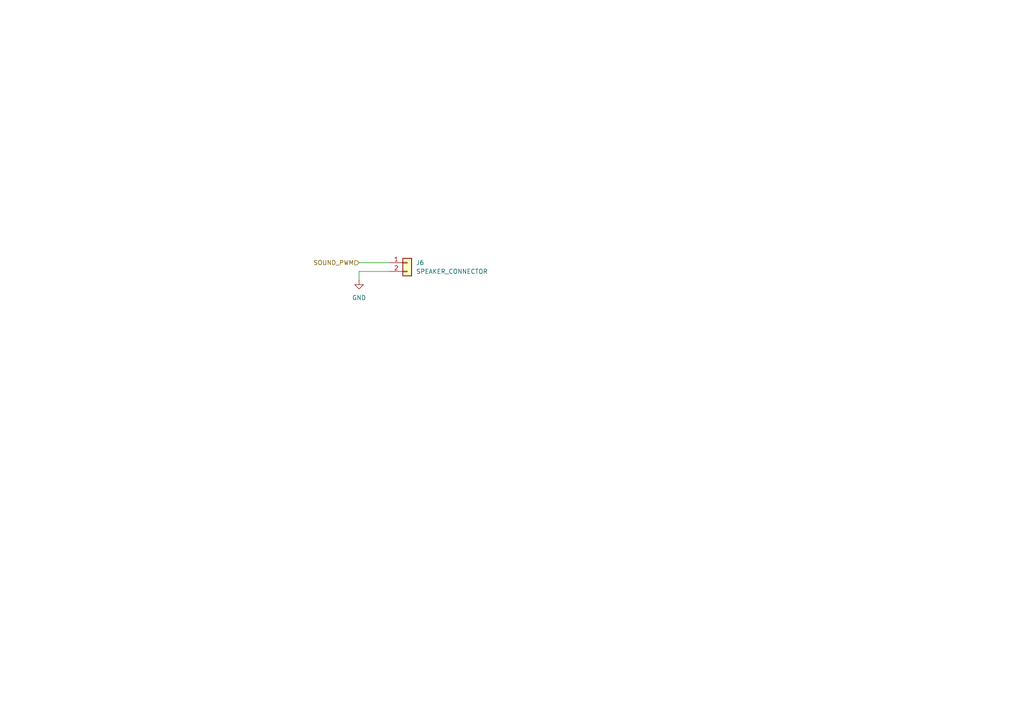
<source format=kicad_sch>
(kicad_sch (version 20250114) (generator "eeschema") (generator_version "9.0")
  (paper "A4")
  (lib_symbols
    (symbol "Connector_Generic:Conn_01x02" (pin_names (offset 1.016) (hide yes))
      (property "Reference" "J" (at 0 2.54 0))
      (property "Value" "Conn_01x02" (at 0 -5.08 0))
      (symbol "Conn_01x02_1_1"
        (rectangle (start -1.27 1.27) (end 1.27 -3.81) (stroke (width 0.254)) (fill (type background)))
        (rectangle (start -1.27 0.127) (end 0 -0.127) (stroke (width 0.1524)))
        (rectangle (start -1.27 -2.413) (end 0 -2.667) (stroke (width 0.1524)))
        (pin passive line (at -5.08 0 0) (length 3.81) (name "Pin_1") (number "1"))
        (pin passive line (at -5.08 -2.54 0) (length 3.81) (name "Pin_2") (number "2"))
      )
    )
    (symbol "power:GND" (power) (pin_numbers (hide yes)) (pin_names (offset 0) (hide yes))
      (property "Value" "GND" (at 0 -3.81 0))
      (symbol "GND_0_1"
        (polyline (pts (xy 0 0) (xy 0 -1.27) (xy 1.27 -1.27) (xy 0 -2.54) (xy -1.27 -1.27) (xy 0 -1.27)))
      )
      (symbol "GND_1_1"
        (pin power_in line (at 0 0 270) (length 0) (name "~") (number "1"))
      )
    )
  )
  (wire (pts (xy 104.14 78.74) (xy 113.03 78.74)))
  (wire (pts (xy 104.14 81.28) (xy 104.14 78.74)))
  (wire (pts (xy 104.14 76.2) (xy 113.03 76.2)))
  (hierarchical_label "SOUND_PWM" (shape input) (at 104.14 76.2 180))
  (symbol (lib_id "power:GND") (at 104.14 81.28 0) (unit 1)
    (property "Reference" "#PWR066" (effects (hide yes)))
    (property "Value" "GND" (at 104.14 86.36 0))
    (property "Description" "Power symbol creates a global label with name \"GND\" , ground" (effects (hide yes)))
  )
  (symbol (lib_id "Connector_Generic:Conn_01x02") (at 118.11 76.2 0) (unit 1)
    (property "Reference" "J6" (at 120.65 76.1999 0) (effects (justify left)))
    (property "Value" "SPEAKER_CONNECTOR" (at 120.65 78.7399 0) (effects (justify left)))
    (property "Footprint" "Resistor_SMD:R_0603_1608Metric" (effects (hide yes)))
    (property "Description" "Generic connector, single row, 01x02, script generated (kicad-library-utils/schlib/autogen/connector/)" (effects (hide yes)))
  )
)
</source>
